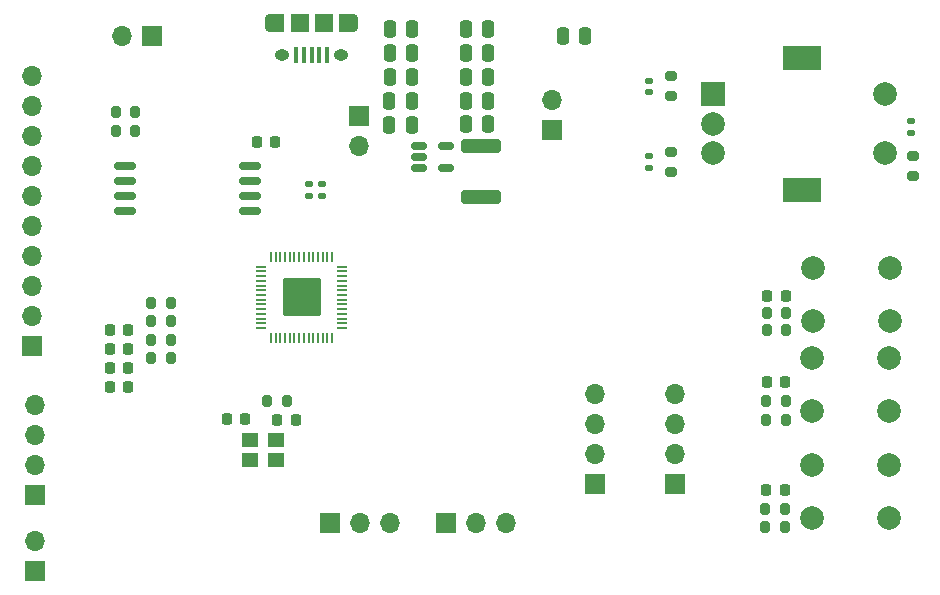
<source format=gts>
G04 #@! TF.GenerationSoftware,KiCad,Pcbnew,6.0.6-3a73a75311~116~ubuntu20.04.1*
G04 #@! TF.CreationDate,2022-09-28T13:41:05-04:00*
G04 #@! TF.ProjectId,powerboard,706f7765-7262-46f6-9172-642e6b696361,rev?*
G04 #@! TF.SameCoordinates,Original*
G04 #@! TF.FileFunction,Soldermask,Top*
G04 #@! TF.FilePolarity,Negative*
%FSLAX46Y46*%
G04 Gerber Fmt 4.6, Leading zero omitted, Abs format (unit mm)*
G04 Created by KiCad (PCBNEW 6.0.6-3a73a75311~116~ubuntu20.04.1) date 2022-09-28 13:41:05*
%MOMM*%
%LPD*%
G01*
G04 APERTURE LIST*
G04 Aperture macros list*
%AMRoundRect*
0 Rectangle with rounded corners*
0 $1 Rounding radius*
0 $2 $3 $4 $5 $6 $7 $8 $9 X,Y pos of 4 corners*
0 Add a 4 corners polygon primitive as box body*
4,1,4,$2,$3,$4,$5,$6,$7,$8,$9,$2,$3,0*
0 Add four circle primitives for the rounded corners*
1,1,$1+$1,$2,$3*
1,1,$1+$1,$4,$5*
1,1,$1+$1,$6,$7*
1,1,$1+$1,$8,$9*
0 Add four rect primitives between the rounded corners*
20,1,$1+$1,$2,$3,$4,$5,0*
20,1,$1+$1,$4,$5,$6,$7,0*
20,1,$1+$1,$6,$7,$8,$9,0*
20,1,$1+$1,$8,$9,$2,$3,0*%
G04 Aperture macros list end*
%ADD10RoundRect,0.140000X0.170000X-0.140000X0.170000X0.140000X-0.170000X0.140000X-0.170000X-0.140000X0*%
%ADD11C,2.000000*%
%ADD12RoundRect,0.200000X0.200000X0.275000X-0.200000X0.275000X-0.200000X-0.275000X0.200000X-0.275000X0*%
%ADD13R,1.700000X1.700000*%
%ADD14O,1.700000X1.700000*%
%ADD15R,0.400000X1.350000*%
%ADD16O,0.890000X1.550000*%
%ADD17R,1.500000X1.550000*%
%ADD18R,1.200000X1.550000*%
%ADD19O,1.250000X0.950000*%
%ADD20RoundRect,0.225000X0.225000X0.250000X-0.225000X0.250000X-0.225000X-0.250000X0.225000X-0.250000X0*%
%ADD21RoundRect,0.250000X-0.250000X-0.475000X0.250000X-0.475000X0.250000X0.475000X-0.250000X0.475000X0*%
%ADD22RoundRect,0.250000X0.250000X0.475000X-0.250000X0.475000X-0.250000X-0.475000X0.250000X-0.475000X0*%
%ADD23RoundRect,0.225000X-0.225000X-0.250000X0.225000X-0.250000X0.225000X0.250000X-0.225000X0.250000X0*%
%ADD24RoundRect,0.218750X-0.218750X-0.256250X0.218750X-0.256250X0.218750X0.256250X-0.218750X0.256250X0*%
%ADD25RoundRect,0.200000X-0.200000X-0.275000X0.200000X-0.275000X0.200000X0.275000X-0.200000X0.275000X0*%
%ADD26RoundRect,0.200000X-0.275000X0.200000X-0.275000X-0.200000X0.275000X-0.200000X0.275000X0.200000X0*%
%ADD27RoundRect,0.140000X-0.170000X0.140000X-0.170000X-0.140000X0.170000X-0.140000X0.170000X0.140000X0*%
%ADD28RoundRect,0.150000X-0.512500X-0.150000X0.512500X-0.150000X0.512500X0.150000X-0.512500X0.150000X0*%
%ADD29R,2.000000X2.000000*%
%ADD30R,3.200000X2.000000*%
%ADD31RoundRect,0.150000X-0.750000X-0.150000X0.750000X-0.150000X0.750000X0.150000X-0.750000X0.150000X0*%
%ADD32R,1.400000X1.200000*%
%ADD33RoundRect,0.135000X0.185000X-0.135000X0.185000X0.135000X-0.185000X0.135000X-0.185000X-0.135000X0*%
%ADD34RoundRect,0.200000X0.275000X-0.200000X0.275000X0.200000X-0.275000X0.200000X-0.275000X-0.200000X0*%
%ADD35RoundRect,0.050000X-0.387500X-0.050000X0.387500X-0.050000X0.387500X0.050000X-0.387500X0.050000X0*%
%ADD36RoundRect,0.050000X-0.050000X-0.387500X0.050000X-0.387500X0.050000X0.387500X-0.050000X0.387500X0*%
%ADD37RoundRect,0.144000X-1.456000X-1.456000X1.456000X-1.456000X1.456000X1.456000X-1.456000X1.456000X0*%
%ADD38RoundRect,0.250000X1.450000X-0.312500X1.450000X0.312500X-1.450000X0.312500X-1.450000X-0.312500X0*%
G04 APERTURE END LIST*
D10*
X127330200Y-25905400D03*
X127330200Y-24945400D03*
D11*
X125500200Y-37374000D03*
X119000200Y-37374000D03*
X125500200Y-41874000D03*
X119000200Y-41874000D03*
D12*
X74485000Y-48615600D03*
X72835000Y-48615600D03*
D13*
X87975200Y-58978800D03*
D14*
X90515200Y-58978800D03*
X93055200Y-58978800D03*
D15*
X77881000Y-19337000D03*
X77231000Y-19337000D03*
X76581000Y-19337000D03*
X75931000Y-19337000D03*
X75281000Y-19337000D03*
D16*
X80081000Y-16637000D03*
D17*
X75581000Y-16637000D03*
D18*
X79481000Y-16637000D03*
D19*
X74081000Y-19337000D03*
D16*
X73081000Y-16637000D03*
D19*
X79081000Y-19337000D03*
D17*
X77581000Y-16637000D03*
D18*
X73681000Y-16637000D03*
D20*
X70955200Y-50165000D03*
X69405200Y-50165000D03*
D21*
X89626400Y-25196800D03*
X91526400Y-25196800D03*
D11*
X125424000Y-54036400D03*
X118924000Y-54036400D03*
X125424000Y-58536400D03*
X118924000Y-58536400D03*
D22*
X85051750Y-23195200D03*
X83151750Y-23195200D03*
D23*
X115150600Y-39700200D03*
X116700600Y-39700200D03*
D24*
X59461300Y-45821600D03*
X61036300Y-45821600D03*
D22*
X85051750Y-25227200D03*
X83151750Y-25227200D03*
D25*
X114999000Y-59306400D03*
X116649000Y-59306400D03*
D13*
X107340400Y-55676800D03*
D14*
X107340400Y-53136800D03*
X107340400Y-50596800D03*
X107340400Y-48056800D03*
D20*
X73495200Y-26720800D03*
X71945200Y-26720800D03*
D23*
X115074400Y-56184800D03*
X116624400Y-56184800D03*
D22*
X85077150Y-19131200D03*
X83177150Y-19131200D03*
D23*
X115125200Y-47040800D03*
X116675200Y-47040800D03*
D25*
X60008000Y-24180800D03*
X61658000Y-24180800D03*
X115075200Y-50215800D03*
X116725200Y-50215800D03*
D26*
X107035600Y-21120600D03*
X107035600Y-22770600D03*
D10*
X105105200Y-22463400D03*
X105105200Y-21503400D03*
D27*
X105105200Y-27891800D03*
X105105200Y-28851800D03*
D12*
X64629800Y-40335200D03*
X62979800Y-40335200D03*
X116750600Y-41173400D03*
X115100600Y-41173400D03*
D13*
X78094600Y-58978800D03*
D14*
X80634600Y-58978800D03*
X83174600Y-58978800D03*
D13*
X100533600Y-55676800D03*
D14*
X100533600Y-53136800D03*
X100533600Y-50596800D03*
X100533600Y-48056800D03*
D21*
X89626400Y-21183600D03*
X91526400Y-21183600D03*
D13*
X63068200Y-17729200D03*
D14*
X60528200Y-17729200D03*
D12*
X64629800Y-44983400D03*
X62979800Y-44983400D03*
D28*
X85656650Y-27020400D03*
X85656650Y-27970400D03*
X85656650Y-28920400D03*
X87931650Y-28920400D03*
X87931650Y-27020400D03*
D29*
X110580600Y-22646000D03*
D11*
X110580600Y-27646000D03*
X110580600Y-25146000D03*
D30*
X118080600Y-30746000D03*
X118080600Y-19546000D03*
D11*
X125080600Y-27646000D03*
X125080600Y-22646000D03*
D12*
X64629800Y-41884600D03*
X62979800Y-41884600D03*
D23*
X73672400Y-50215800D03*
X75222400Y-50215800D03*
D22*
X85074800Y-17119600D03*
X83174800Y-17119600D03*
D13*
X53136800Y-56616600D03*
D14*
X53136800Y-54076600D03*
X53136800Y-51536600D03*
X53136800Y-48996600D03*
D25*
X115100600Y-42646600D03*
X116750600Y-42646600D03*
D21*
X89626400Y-23190200D03*
X91526400Y-23190200D03*
D31*
X60740400Y-28752800D03*
X60740400Y-30022800D03*
X60740400Y-31292800D03*
X60740400Y-32562800D03*
X71390400Y-32562800D03*
X71390400Y-31292800D03*
X71390400Y-30022800D03*
X71390400Y-28752800D03*
D32*
X73540800Y-51905800D03*
X71340800Y-51905800D03*
X71340800Y-53605800D03*
X73540800Y-53605800D03*
D24*
X59461300Y-42595800D03*
X61036300Y-42595800D03*
X59461300Y-44196000D03*
X61036300Y-44196000D03*
D21*
X89626400Y-19177000D03*
X91526400Y-19177000D03*
D33*
X76377800Y-31294800D03*
X76377800Y-30274800D03*
D12*
X116649000Y-57734200D03*
X114999000Y-57734200D03*
D24*
X59461300Y-47447200D03*
X61036300Y-47447200D03*
D12*
X116725200Y-48641000D03*
X115075200Y-48641000D03*
D13*
X96926400Y-25709800D03*
D14*
X96926400Y-23169800D03*
D13*
X53136800Y-62992000D03*
D14*
X53136800Y-60452000D03*
D22*
X85077150Y-21163200D03*
X83177150Y-21163200D03*
D11*
X125449400Y-44943200D03*
X118949400Y-44943200D03*
X118949400Y-49443200D03*
X125449400Y-49443200D03*
D34*
X107035600Y-29196800D03*
X107035600Y-27546800D03*
D13*
X80545750Y-24460200D03*
D14*
X80545750Y-27000200D03*
D35*
X72276900Y-37245650D03*
X72276900Y-37645650D03*
X72276900Y-38045650D03*
X72276900Y-38445650D03*
X72276900Y-38845650D03*
X72276900Y-39245650D03*
X72276900Y-39645650D03*
X72276900Y-40045650D03*
X72276900Y-40445650D03*
X72276900Y-40845650D03*
X72276900Y-41245650D03*
X72276900Y-41645650D03*
X72276900Y-42045650D03*
X72276900Y-42445650D03*
D36*
X73114400Y-43283150D03*
X73514400Y-43283150D03*
X73914400Y-43283150D03*
X74314400Y-43283150D03*
X74714400Y-43283150D03*
X75114400Y-43283150D03*
X75514400Y-43283150D03*
X75914400Y-43283150D03*
X76314400Y-43283150D03*
X76714400Y-43283150D03*
X77114400Y-43283150D03*
X77514400Y-43283150D03*
X77914400Y-43283150D03*
X78314400Y-43283150D03*
D35*
X79151900Y-42445650D03*
X79151900Y-42045650D03*
X79151900Y-41645650D03*
X79151900Y-41245650D03*
X79151900Y-40845650D03*
X79151900Y-40445650D03*
X79151900Y-40045650D03*
X79151900Y-39645650D03*
X79151900Y-39245650D03*
X79151900Y-38845650D03*
X79151900Y-38445650D03*
X79151900Y-38045650D03*
X79151900Y-37645650D03*
X79151900Y-37245650D03*
D36*
X78314400Y-36408150D03*
X77914400Y-36408150D03*
X77514400Y-36408150D03*
X77114400Y-36408150D03*
X76714400Y-36408150D03*
X76314400Y-36408150D03*
X75914400Y-36408150D03*
X75514400Y-36408150D03*
X75114400Y-36408150D03*
X74714400Y-36408150D03*
X74314400Y-36408150D03*
X73914400Y-36408150D03*
X73514400Y-36408150D03*
X73114400Y-36408150D03*
D37*
X75714400Y-39845650D03*
D34*
X127457200Y-29527000D03*
X127457200Y-27877000D03*
D38*
X90881200Y-31322100D03*
X90881200Y-27047100D03*
D13*
X52933600Y-43967400D03*
D14*
X52933600Y-41427400D03*
X52933600Y-38887400D03*
X52933600Y-36347400D03*
X52933600Y-33807400D03*
X52933600Y-31267400D03*
X52933600Y-28727400D03*
X52933600Y-26187400D03*
X52933600Y-23647400D03*
X52933600Y-21107400D03*
D21*
X89626400Y-17145000D03*
X91526400Y-17145000D03*
D25*
X59982600Y-25781000D03*
X61632600Y-25781000D03*
D21*
X97856000Y-17729200D03*
X99756000Y-17729200D03*
D12*
X64629800Y-43434000D03*
X62979800Y-43434000D03*
D33*
X77444600Y-31294800D03*
X77444600Y-30274800D03*
M02*

</source>
